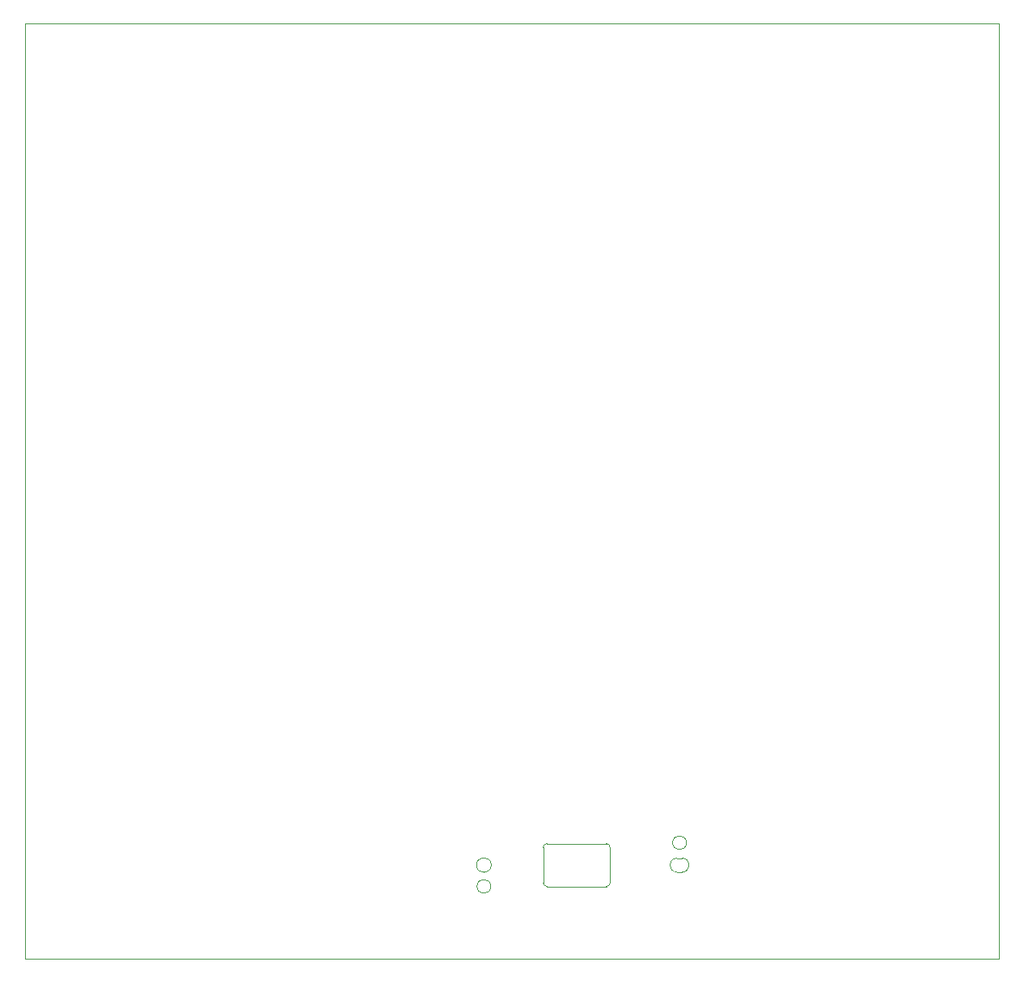
<source format=gbr>
G04 #@! TF.GenerationSoftware,KiCad,Pcbnew,5.0.2+dfsg1-1*
G04 #@! TF.CreationDate,2020-03-08T16:41:42+01:00*
G04 #@! TF.ProjectId,dlp_01,646c705f-3031-42e6-9b69-6361645f7063,rev?*
G04 #@! TF.SameCoordinates,Original*
G04 #@! TF.FileFunction,Profile,NP*
%FSLAX46Y46*%
G04 Gerber Fmt 4.6, Leading zero omitted, Abs format (unit mm)*
G04 Created by KiCad (PCBNEW 5.0.2+dfsg1-1) date Sun 08 Mar 2020 16:41:42 CET*
%MOMM*%
%LPD*%
G01*
G04 APERTURE LIST*
%ADD10C,0.100000*%
G04 #@! TA.AperFunction,NonConductor*
%ADD11C,0.050000*%
G04 #@! TD*
G04 APERTURE END LIST*
D10*
X96500000Y-151000000D02*
X96500000Y-53000000D01*
X198500000Y-151000000D02*
X96500000Y-151000000D01*
X198500000Y-53000000D02*
X198500000Y-151000000D01*
X96500000Y-53000000D02*
X198500000Y-53000000D01*
D11*
G04 #@! TO.C,U7*
X165307200Y-141873900D02*
X164747200Y-141873900D01*
X165307200Y-140428900D02*
X164747200Y-140428900D01*
X165307200Y-140428900D02*
G75*
G02X165307200Y-141873900I0J-722500D01*
G01*
X164747200Y-140428900D02*
G75*
G03X164747200Y-141873900I0J-722500D01*
G01*
X145319700Y-141151400D02*
G75*
G03X145319700Y-141151400I-772500J0D01*
G01*
X151157200Y-143401400D02*
G75*
G02X150757200Y-143001400I0J400000D01*
G01*
X157357200Y-138901400D02*
G75*
G02X157757200Y-139301400I0J-400000D01*
G01*
X157757200Y-143001400D02*
G75*
G02X157357200Y-143401400I-400000J0D01*
G01*
X150757200Y-139301400D02*
G75*
G02X151157200Y-138901400I400000J0D01*
G01*
X157357200Y-143401400D02*
X151157200Y-143401400D01*
X157357200Y-138901400D02*
X151157200Y-138901400D01*
X157757200Y-139301400D02*
X157757200Y-143001400D01*
X150757200Y-139301400D02*
X150757200Y-143001400D01*
X145272200Y-143383000D02*
G75*
G03X145272200Y-143383000I-725000J0D01*
G01*
X165752200Y-138811400D02*
G75*
G03X165752200Y-138811400I-725000J0D01*
G01*
G04 #@! TD*
M02*

</source>
